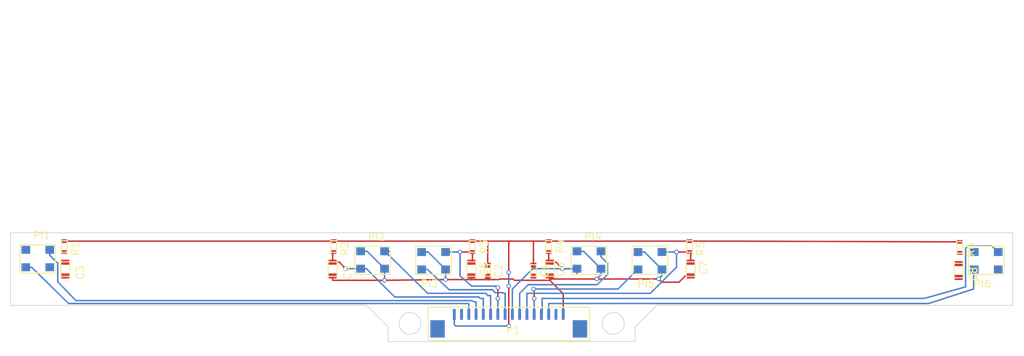
<source format=kicad_pcb>
(kicad_pcb (version 4) (host pcbnew 4.0.7)

  (general
    (links 52)
    (no_connects 12)
    (area 80.35 61.949999 221.75 111.285)
    (thickness 1.6)
    (drawings 15)
    (tracks 195)
    (zones 0)
    (modules 21)
    (nets 17)
  )

  (page A4)
  (layers
    (0 F.Cu signal)
    (31 B.Cu signal)
    (32 B.Adhes user)
    (33 F.Adhes user)
    (34 B.Paste user)
    (35 F.Paste user)
    (36 B.SilkS user)
    (37 F.SilkS user)
    (38 B.Mask user)
    (39 F.Mask user)
    (40 Dwgs.User user)
    (41 Cmts.User user)
    (42 Eco1.User user)
    (43 Eco2.User user)
    (44 Edge.Cuts user)
    (45 Margin user)
    (46 B.CrtYd user)
    (47 F.CrtYd user)
    (48 B.Fab user)
    (49 F.Fab user)
  )

  (setup
    (last_trace_width 0.2)
    (trace_clearance 0.2)
    (zone_clearance 0.508)
    (zone_45_only no)
    (trace_min 0.2)
    (segment_width 0.2)
    (edge_width 0.15)
    (via_size 0.6)
    (via_drill 0.4)
    (via_min_size 0.4)
    (via_min_drill 0.3)
    (uvia_size 0.3)
    (uvia_drill 0.1)
    (uvias_allowed no)
    (uvia_min_size 0.2)
    (uvia_min_drill 0.1)
    (pcb_text_width 0.3)
    (pcb_text_size 1.5 1.5)
    (mod_edge_width 0.15)
    (mod_text_size 1 1)
    (mod_text_width 0.15)
    (pad_size 1.524 1.524)
    (pad_drill 0.762)
    (pad_to_mask_clearance 0.2)
    (aux_axis_origin 0 0)
    (visible_elements 7FFFFFFF)
    (pcbplotparams
      (layerselection 0x00030_80000001)
      (usegerberextensions false)
      (excludeedgelayer true)
      (linewidth 0.100000)
      (plotframeref false)
      (viasonmask false)
      (mode 1)
      (useauxorigin false)
      (hpglpennumber 1)
      (hpglpenspeed 20)
      (hpglpendiameter 15)
      (hpglpenoverlay 2)
      (psnegative false)
      (psa4output false)
      (plotreference true)
      (plotvalue true)
      (plotinvisibletext false)
      (padsonsilk false)
      (subtractmaskfromsilk false)
      (outputformat 1)
      (mirror false)
      (drillshape 1)
      (scaleselection 1)
      (outputdirectory ""))
  )

  (net 0 "")
  (net 1 +3V3)
  (net 2 GND)
  (net 3 ANALOG_SEN1)
  (net 4 ANALOG_SEN2)
  (net 5 ANALOG_SEN3)
  (net 6 ANALOG_SEN4)
  (net 7 ANALOG_SEN5)
  (net 8 ANALOG_SEN6)
  (net 9 "Net-(P1-Pad2)")
  (net 10 VR1)
  (net 11 VR2)
  (net 12 VR3)
  (net 13 VR4)
  (net 14 VR5)
  (net 15 VR6)
  (net 16 "Net-(P1-Pad15)")

  (net_class Default "これは標準のネット クラスです。"
    (clearance 0.2)
    (trace_width 0.2)
    (via_dia 0.6)
    (via_drill 0.4)
    (uvia_dia 0.3)
    (uvia_drill 0.1)
    (add_net +3V3)
    (add_net ANALOG_SEN1)
    (add_net ANALOG_SEN2)
    (add_net ANALOG_SEN3)
    (add_net ANALOG_SEN4)
    (add_net ANALOG_SEN5)
    (add_net ANALOG_SEN6)
    (add_net GND)
    (add_net "Net-(P1-Pad15)")
    (add_net "Net-(P1-Pad2)")
    (add_net VR1)
    (add_net VR2)
    (add_net VR3)
    (add_net VR4)
    (add_net VR5)
    (add_net VR6)
  )

  (module "CN-FFC-SMT2(CN-FFC(1:CN-FFC-SMT2(CN-FFC(1.0)16PD)" (layer F.Cu) (tedit 5B27902D) (tstamp 5B25F8FC)
    (at 140.1 110.3)
    (path /5B1CEC40)
    (fp_text reference P1 (at 11.08 -2.82) (layer F.SilkS)
      (effects (font (size 1 1) (thickness 0.15)))
    )
    (fp_text value "CN-FFC-SMT2(CN-FFC(1.0)16PD)" (at 10.5 -0.09) (layer F.Fab)
      (effects (font (size 1 1) (thickness 0.15)))
    )
    (fp_line (start -0.6 -1.4) (end -0.6 -6) (layer F.SilkS) (width 0.15))
    (fp_line (start -0.6 -6) (end 21.6 -6) (layer F.SilkS) (width 0.15))
    (fp_line (start 21.6 -6) (end 21.6 -1.4) (layer F.SilkS) (width 0.15))
    (fp_line (start 21.6 -1.4) (end -0.6 -1.4) (layer F.SilkS) (width 0.15))
    (pad 1 smd rect (at 3 -5) (size 0.4 1.5) (layers B.Cu B.Paste B.Mask)
      (net 1 +3V3))
    (pad 2 smd rect (at 4 -5) (size 0.4 1.5) (layers B.Cu B.Paste B.Mask)
      (net 9 "Net-(P1-Pad2)"))
    (pad 3 smd rect (at 5 -5) (size 0.4 1.5) (layers B.Cu B.Paste B.Mask)
      (net 3 ANALOG_SEN1))
    (pad 4 smd rect (at 6 -5) (size 0.4 1.5) (layers B.Cu B.Paste B.Mask)
      (net 10 VR1))
    (pad 5 smd rect (at 7 -5) (size 0.4 1.5) (layers B.Cu B.Paste B.Mask)
      (net 4 ANALOG_SEN2))
    (pad 6 smd rect (at 8 -5) (size 0.4 1.5) (layers B.Cu B.Paste B.Mask)
      (net 11 VR2))
    (pad 7 smd rect (at 9 -5) (size 0.4 1.5) (layers B.Cu B.Paste B.Mask)
      (net 5 ANALOG_SEN3))
    (pad 8 smd rect (at 10 -5) (size 0.4 1.5) (layers B.Cu B.Paste B.Mask)
      (net 12 VR3))
    (pad 9 smd rect (at 11 -5) (size 0.4 1.5) (layers B.Cu B.Paste B.Mask)
      (net 6 ANALOG_SEN4))
    (pad 10 smd rect (at 12 -5) (size 0.4 1.5) (layers B.Cu B.Paste B.Mask)
      (net 13 VR4))
    (pad 11 smd rect (at 13 -5) (size 0.4 1.5) (layers B.Cu B.Paste B.Mask)
      (net 7 ANALOG_SEN5))
    (pad 12 smd rect (at 14 -5) (size 0.4 1.5) (layers B.Cu B.Paste B.Mask)
      (net 14 VR5))
    (pad 13 smd rect (at 15 -5) (size 0.4 1.5) (layers B.Cu B.Paste B.Mask)
      (net 8 ANALOG_SEN6))
    (pad 14 smd rect (at 16 -5) (size 0.4 1.5) (layers B.Cu B.Paste B.Mask)
      (net 15 VR6))
    (pad 15 smd rect (at 17 -5) (size 0.4 1.5) (layers B.Cu B.Paste B.Mask)
      (net 16 "Net-(P1-Pad15)"))
    (pad 16 smd rect (at 18 -5) (size 0.4 1.5) (layers B.Cu B.Paste B.Mask)
      (net 2 GND))
    (pad "" smd rect (at 0.7 -3) (size 2 2.4) (layers B.Cu B.Paste B.Mask))
    (pad "" smd rect (at 20.3 -3) (size 2 2.4) (layers B.Cu B.Paste B.Mask))
  )

  (module GP2S700HCP:GP2S700HCP (layer F.Cu) (tedit 5B2616DA) (tstamp 5B25F938)
    (at 175 93.1 180)
    (path /5B1E5878)
    (fp_text reference PI5 (at 5.5 -8 180) (layer F.SilkS)
      (effects (font (size 1 1) (thickness 0.15)))
    )
    (fp_text value GP2S700HCP (at 5.1 -1.4 180) (layer F.Fab)
      (effects (font (size 1 1) (thickness 0.15)))
    )
    (fp_line (start 2.5 -6.7) (end 7.4 -6.7) (layer F.SilkS) (width 0.15))
    (fp_line (start 7.4 -6.7) (end 7.4 -2.8) (layer F.SilkS) (width 0.15))
    (fp_line (start 7.4 -2.8) (end 2.5 -2.8) (layer F.SilkS) (width 0.15))
    (fp_line (start 2.5 -2.8) (end 2.5 -6.7) (layer F.SilkS) (width 0.15))
    (pad 1 smd rect (at 3.3 -6 180) (size 1.2 1.1) (layers B.Cu B.Paste B.Mask)
      (net 2 GND))
    (pad 4 smd rect (at 6.6 -6 180) (size 1.2 1.1) (layers B.Cu B.Paste B.Mask)
      (net 14 VR5))
    (pad 2 smd rect (at 3.3 -3.6 180) (size 1.2 1.1) (layers B.Cu B.Paste B.Mask)
      (net 7 ANALOG_SEN5))
    (pad 3 smd rect (at 6.6 -3.6 180) (size 1.2 1.1) (layers B.Cu B.Paste B.Mask)
      (net 2 GND))
  )

  (module GP2S700HCP:GP2S700HCP (layer F.Cu) (tedit 5B261CB9) (tstamp 5B25F944)
    (at 221.3 93.1 180)
    (path /5B1E5A02)
    (fp_text reference PI6 (at 5.5 -8 180) (layer F.SilkS)
      (effects (font (size 1 1) (thickness 0.15)))
    )
    (fp_text value GP2S700HCP (at 5.1 -1.4 180) (layer F.Fab)
      (effects (font (size 1 1) (thickness 0.15)))
    )
    (fp_line (start 2.5 -6.7) (end 7.4 -6.7) (layer F.SilkS) (width 0.15))
    (fp_line (start 7.4 -6.7) (end 7.4 -2.8) (layer F.SilkS) (width 0.15))
    (fp_line (start 7.4 -2.8) (end 2.5 -2.8) (layer F.SilkS) (width 0.15))
    (fp_line (start 2.5 -2.8) (end 2.5 -6.7) (layer F.SilkS) (width 0.15))
    (pad 1 smd rect (at 3.3 -6 180) (size 1.2 1.1) (layers B.Cu B.Paste B.Mask)
      (net 2 GND))
    (pad 4 smd rect (at 6.6 -6 180) (size 1.2 1.1) (layers B.Cu B.Paste B.Mask)
      (net 15 VR6))
    (pad 2 smd rect (at 3.3 -3.6 180) (size 1.2 1.1) (layers B.Cu B.Paste B.Mask)
      (net 8 ANALOG_SEN6))
    (pad 3 smd rect (at 6.6 -3.6 180) (size 1.2 1.1) (layers B.Cu B.Paste B.Mask)
      (net 2 GND))
  )

  (module GP2S700HCP:GP2S700HCP (layer F.Cu) (tedit 5B261C7E) (tstamp 5B25F908)
    (at 80.8 102.4)
    (path /5B1E5DF2)
    (fp_text reference PI1 (at 5.5 -8) (layer F.SilkS)
      (effects (font (size 1 1) (thickness 0.15)))
    )
    (fp_text value GP2S700HCP (at 5.1 -1.4) (layer F.Fab)
      (effects (font (size 1 1) (thickness 0.15)))
    )
    (fp_line (start 2.5 -6.7) (end 7.4 -6.7) (layer F.SilkS) (width 0.15))
    (fp_line (start 7.4 -6.7) (end 7.4 -2.8) (layer F.SilkS) (width 0.15))
    (fp_line (start 7.4 -2.8) (end 2.5 -2.8) (layer F.SilkS) (width 0.15))
    (fp_line (start 2.5 -2.8) (end 2.5 -6.7) (layer F.SilkS) (width 0.15))
    (pad 1 smd rect (at 3.3 -6) (size 1.2 1.1) (layers B.Cu B.Paste B.Mask)
      (net 2 GND))
    (pad 4 smd rect (at 6.6 -6) (size 1.2 1.1) (layers B.Cu B.Paste B.Mask)
      (net 10 VR1))
    (pad 2 smd rect (at 3.3 -3.6) (size 1.2 1.1) (layers B.Cu B.Paste B.Mask)
      (net 3 ANALOG_SEN1))
    (pad 3 smd rect (at 6.6 -3.6) (size 1.2 1.1) (layers B.Cu B.Paste B.Mask)
      (net 2 GND))
  )

  (module GP2S700HCP:GP2S700HCP (layer F.Cu) (tedit 5B2616FD) (tstamp 5B25F914)
    (at 126.9 102.6)
    (path /5B1E5E28)
    (fp_text reference PI2 (at 5.5 -8) (layer F.SilkS)
      (effects (font (size 1 1) (thickness 0.15)))
    )
    (fp_text value GP2S700HCP (at 5.1 -1.4) (layer F.Fab)
      (effects (font (size 1 1) (thickness 0.15)))
    )
    (fp_line (start 2.5 -6.7) (end 7.4 -6.7) (layer F.SilkS) (width 0.15))
    (fp_line (start 7.4 -6.7) (end 7.4 -2.8) (layer F.SilkS) (width 0.15))
    (fp_line (start 7.4 -2.8) (end 2.5 -2.8) (layer F.SilkS) (width 0.15))
    (fp_line (start 2.5 -2.8) (end 2.5 -6.7) (layer F.SilkS) (width 0.15))
    (pad 1 smd rect (at 3.3 -6) (size 1.2 1.1) (layers B.Cu B.Paste B.Mask)
      (net 2 GND))
    (pad 4 smd rect (at 6.6 -6) (size 1.2 1.1) (layers B.Cu B.Paste B.Mask)
      (net 11 VR2))
    (pad 2 smd rect (at 3.3 -3.6) (size 1.2 1.1) (layers B.Cu B.Paste B.Mask)
      (net 4 ANALOG_SEN2))
    (pad 3 smd rect (at 6.6 -3.6) (size 1.2 1.1) (layers B.Cu B.Paste B.Mask)
      (net 2 GND))
  )

  (module C_2012_HandSolderring_0.1u:C_2012_HandSolderring_0.1u (layer F.Cu) (tedit 5B2774D2) (tstamp 5B25F8C4)
    (at 143.5 96.7 270)
    (path /5B1CF931)
    (fp_text reference C5 (at 2.3 -3.7 270) (layer F.SilkS)
      (effects (font (size 1 1) (thickness 0.15)))
    )
    (fp_text value 1000p (at 2.2 -5.3 270) (layer F.Fab)
      (effects (font (size 1 1) (thickness 0.15)))
    )
    (fp_line (start 1.35 -2.575) (end 1.35 -1.325) (layer F.SilkS) (width 0.15))
    (fp_line (start 1.35 -1.325) (end 3.35 -1.325) (layer F.SilkS) (width 0.15))
    (fp_line (start 3.35 -2.575) (end 3.35 -1.325) (layer F.SilkS) (width 0.15))
    (fp_line (start 1.35 -2.575) (end 3.35 -2.575) (layer F.SilkS) (width 0.15))
    (pad 1 smd rect (at 1.4 -1.95 270) (size 0.7 1.1) (layers F.Cu F.Paste F.Mask)
      (net 5 ANALOG_SEN3))
    (pad 2 smd rect (at 3.3 -1.95 270) (size 0.7 1.1) (layers F.Cu F.Paste F.Mask)
      (net 2 GND))
  )

  (module GP2S700HCP:GP2S700HCP locked (layer F.Cu) (tedit 5B260CF7) (tstamp 5B25F920)
    (at 145.2 93.1 180)
    (path /5B1CEE93)
    (fp_text reference PI3 (at 5.5 -8 180) (layer F.SilkS)
      (effects (font (size 1 1) (thickness 0.15)))
    )
    (fp_text value GP2S700HCP (at 5.1 -1.4 180) (layer F.Fab)
      (effects (font (size 1 1) (thickness 0.15)))
    )
    (fp_line (start 2.5 -6.7) (end 7.4 -6.7) (layer F.SilkS) (width 0.15))
    (fp_line (start 7.4 -6.7) (end 7.4 -2.8) (layer F.SilkS) (width 0.15))
    (fp_line (start 7.4 -2.8) (end 2.5 -2.8) (layer F.SilkS) (width 0.15))
    (fp_line (start 2.5 -2.8) (end 2.5 -6.7) (layer F.SilkS) (width 0.15))
    (pad 1 smd rect (at 3.3 -6 180) (size 1.2 1.1) (layers B.Cu B.Paste B.Mask)
      (net 2 GND))
    (pad 4 smd rect (at 6.6 -6 180) (size 1.2 1.1) (layers B.Cu B.Paste B.Mask)
      (net 12 VR3))
    (pad 2 smd rect (at 3.3 -3.6 180) (size 1.2 1.1) (layers B.Cu B.Paste B.Mask)
      (net 5 ANALOG_SEN3))
    (pad 3 smd rect (at 6.6 -3.6 180) (size 1.2 1.1) (layers B.Cu B.Paste B.Mask)
      (net 2 GND))
  )

  (module GP2S700HCP:GP2S700HCP (layer F.Cu) (tedit 5B2611F8) (tstamp 5B25F92C)
    (at 156.7 102.6)
    (path /5B1E5688)
    (fp_text reference PI4 (at 5.5 -8) (layer F.SilkS)
      (effects (font (size 1 1) (thickness 0.15)))
    )
    (fp_text value GP2S700HCP (at 4.6 -0.5) (layer F.Fab)
      (effects (font (size 1 1) (thickness 0.15)))
    )
    (fp_line (start 2.5 -6.7) (end 7.4 -6.7) (layer F.SilkS) (width 0.15))
    (fp_line (start 7.4 -6.7) (end 7.4 -2.8) (layer F.SilkS) (width 0.15))
    (fp_line (start 7.4 -2.8) (end 2.5 -2.8) (layer F.SilkS) (width 0.15))
    (fp_line (start 2.5 -2.8) (end 2.5 -6.7) (layer F.SilkS) (width 0.15))
    (pad 1 smd rect (at 3.3 -6) (size 1.2 1.1) (layers B.Cu B.Paste B.Mask)
      (net 2 GND))
    (pad 4 smd rect (at 6.6 -6) (size 1.2 1.1) (layers B.Cu B.Paste B.Mask)
      (net 13 VR4))
    (pad 2 smd rect (at 3.3 -3.6) (size 1.2 1.1) (layers B.Cu B.Paste B.Mask)
      (net 6 ANALOG_SEN4))
    (pad 3 smd rect (at 6.6 -3.6) (size 1.2 1.1) (layers B.Cu B.Paste B.Mask)
      (net 2 GND))
  )

  (module C_1608_HandSolderring_1000pF:C_1608_HandSolderring_1000pF (layer F.Cu) (tedit 5B2774FA) (tstamp 5B25F89C)
    (at 153.1 97.9 270)
    (path /5B1E3960)
    (fp_text reference C1 (at 1.3 -2.5 270) (layer F.SilkS)
      (effects (font (size 1 1) (thickness 0.15)))
    )
    (fp_text value 0.1u (at 1.1 0.5 270) (layer F.Fab)
      (effects (font (size 1 1) (thickness 0.15)))
    )
    (fp_line (start 0.55 -0.5) (end 2.15 -0.5) (layer F.SilkS) (width 0.15))
    (fp_line (start 0.55 -1.3) (end 0.55 -0.5) (layer F.SilkS) (width 0.15))
    (fp_line (start 0.55 -1.3) (end 2.15 -1.3) (layer F.SilkS) (width 0.15))
    (fp_line (start 2.15 -1.3) (end 2.15 -0.5) (layer F.SilkS) (width 0.15))
    (pad 1 smd rect (at 0.625 -0.9 270) (size 0.7 0.8) (layers F.Cu F.Paste F.Mask)
      (net 1 +3V3))
    (pad 2 smd rect (at 2.125 -0.9 270) (size 0.7 0.8) (layers F.Cu F.Paste F.Mask)
      (net 2 GND))
  )

  (module C_1608_HandSolderring_1000pF:C_1608_HandSolderring_1000pF (layer F.Cu) (tedit 5B277500) (tstamp 5B25F8A6)
    (at 146.8 97.9 270)
    (path /5B1E3987)
    (fp_text reference C2 (at 1.4 -2.4 270) (layer F.SilkS)
      (effects (font (size 1 1) (thickness 0.15)))
    )
    (fp_text value 0.1u (at 1.6 0.5 270) (layer F.Fab)
      (effects (font (size 1 1) (thickness 0.15)))
    )
    (fp_line (start 0.55 -0.5) (end 2.15 -0.5) (layer F.SilkS) (width 0.15))
    (fp_line (start 0.55 -1.3) (end 0.55 -0.5) (layer F.SilkS) (width 0.15))
    (fp_line (start 0.55 -1.3) (end 2.15 -1.3) (layer F.SilkS) (width 0.15))
    (fp_line (start 2.15 -1.3) (end 2.15 -0.5) (layer F.SilkS) (width 0.15))
    (pad 1 smd rect (at 0.625 -0.9 270) (size 0.7 0.8) (layers F.Cu F.Paste F.Mask)
      (net 1 +3V3))
    (pad 2 smd rect (at 2.125 -0.9 270) (size 0.7 0.8) (layers F.Cu F.Paste F.Mask)
      (net 2 GND))
  )

  (module C_2012_HandSolderring_0.1u:C_2012_HandSolderring_0.1u (layer F.Cu) (tedit 5B223B3A) (tstamp 5B25F8B0)
    (at 87.6 96.7 270)
    (path /5B1E5E12)
    (fp_text reference C3 (at 2.825 -4 270) (layer F.SilkS)
      (effects (font (size 1 1) (thickness 0.15)))
    )
    (fp_text value 1000p (at 3.525 0.25 270) (layer F.Fab)
      (effects (font (size 1 1) (thickness 0.15)))
    )
    (fp_line (start 1.35 -2.575) (end 1.35 -1.325) (layer F.SilkS) (width 0.15))
    (fp_line (start 1.35 -1.325) (end 3.35 -1.325) (layer F.SilkS) (width 0.15))
    (fp_line (start 3.35 -2.575) (end 3.35 -1.325) (layer F.SilkS) (width 0.15))
    (fp_line (start 1.35 -2.575) (end 3.35 -2.575) (layer F.SilkS) (width 0.15))
    (pad 1 smd rect (at 1.4 -1.95 270) (size 0.7 1.1) (layers F.Cu F.Paste F.Mask)
      (net 3 ANALOG_SEN1))
    (pad 2 smd rect (at 3.3 -1.95 270) (size 0.7 1.1) (layers F.Cu F.Paste F.Mask)
      (net 2 GND))
  )

  (module C_2012_HandSolderring_0.1u:C_2012_HandSolderring_0.1u (layer F.Cu) (tedit 5B2774B1) (tstamp 5B25F8BA)
    (at 124.4 96.7 270)
    (path /5B1E5E48)
    (fp_text reference C4 (at 2.825 -4 270) (layer F.SilkS)
      (effects (font (size 1 1) (thickness 0.15)))
    )
    (fp_text value 1000p (at 5.1 -0.2 360) (layer F.Fab)
      (effects (font (size 1 1) (thickness 0.15)))
    )
    (fp_line (start 1.35 -2.575) (end 1.35 -1.325) (layer F.SilkS) (width 0.15))
    (fp_line (start 1.35 -1.325) (end 3.35 -1.325) (layer F.SilkS) (width 0.15))
    (fp_line (start 3.35 -2.575) (end 3.35 -1.325) (layer F.SilkS) (width 0.15))
    (fp_line (start 1.35 -2.575) (end 3.35 -2.575) (layer F.SilkS) (width 0.15))
    (pad 1 smd rect (at 1.4 -1.95 270) (size 0.7 1.1) (layers F.Cu F.Paste F.Mask)
      (net 4 ANALOG_SEN2))
    (pad 2 smd rect (at 3.3 -1.95 270) (size 0.7 1.1) (layers F.Cu F.Paste F.Mask)
      (net 2 GND))
  )

  (module C_2012_HandSolderring_0.1u:C_2012_HandSolderring_0.1u (layer F.Cu) (tedit 5B262246) (tstamp 5B25F8CE)
    (at 154.3 96.7 270)
    (path /5B1E56A8)
    (fp_text reference C6 (at 2.4 -3.5 270) (layer F.SilkS)
      (effects (font (size 1 1) (thickness 0.15)))
    )
    (fp_text value 1000p (at 1.5 1.8 270) (layer F.Fab)
      (effects (font (size 1 1) (thickness 0.15)))
    )
    (fp_line (start 1.35 -2.575) (end 1.35 -1.325) (layer F.SilkS) (width 0.15))
    (fp_line (start 1.35 -1.325) (end 3.35 -1.325) (layer F.SilkS) (width 0.15))
    (fp_line (start 3.35 -2.575) (end 3.35 -1.325) (layer F.SilkS) (width 0.15))
    (fp_line (start 1.35 -2.575) (end 3.35 -2.575) (layer F.SilkS) (width 0.15))
    (pad 1 smd rect (at 1.4 -1.95 270) (size 0.7 1.1) (layers F.Cu F.Paste F.Mask)
      (net 6 ANALOG_SEN4))
    (pad 2 smd rect (at 3.3 -1.95 270) (size 0.7 1.1) (layers F.Cu F.Paste F.Mask)
      (net 2 GND))
  )

  (module C_2012_HandSolderring_0.1u:C_2012_HandSolderring_0.1u (layer F.Cu) (tedit 5B2621E1) (tstamp 5B25F8D8)
    (at 173.7 96.7 270)
    (path /5B1E5898)
    (fp_text reference C7 (at 2.2 -3.7 270) (layer F.SilkS)
      (effects (font (size 1 1) (thickness 0.15)))
    )
    (fp_text value 1000p (at 3.525 0.25 270) (layer F.Fab)
      (effects (font (size 1 1) (thickness 0.15)))
    )
    (fp_line (start 1.35 -2.575) (end 1.35 -1.325) (layer F.SilkS) (width 0.15))
    (fp_line (start 1.35 -1.325) (end 3.35 -1.325) (layer F.SilkS) (width 0.15))
    (fp_line (start 3.35 -2.575) (end 3.35 -1.325) (layer F.SilkS) (width 0.15))
    (fp_line (start 1.35 -2.575) (end 3.35 -2.575) (layer F.SilkS) (width 0.15))
    (pad 1 smd rect (at 1.4 -1.95 270) (size 0.7 1.1) (layers F.Cu F.Paste F.Mask)
      (net 7 ANALOG_SEN5))
    (pad 2 smd rect (at 3.3 -1.95 270) (size 0.7 1.1) (layers F.Cu F.Paste F.Mask)
      (net 2 GND))
  )

  (module C_2012_HandSolderring_0.1u:C_2012_HandSolderring_0.1u (layer F.Cu) (tedit 5B223B3A) (tstamp 5B25F8E2)
    (at 210.6 96.9 270)
    (path /5B1E5A22)
    (fp_text reference C8 (at 2.825 -4 270) (layer F.SilkS)
      (effects (font (size 1 1) (thickness 0.15)))
    )
    (fp_text value 1000p (at 3.525 0.25 270) (layer F.Fab)
      (effects (font (size 1 1) (thickness 0.15)))
    )
    (fp_line (start 1.35 -2.575) (end 1.35 -1.325) (layer F.SilkS) (width 0.15))
    (fp_line (start 1.35 -1.325) (end 3.35 -1.325) (layer F.SilkS) (width 0.15))
    (fp_line (start 3.35 -2.575) (end 3.35 -1.325) (layer F.SilkS) (width 0.15))
    (fp_line (start 1.35 -2.575) (end 3.35 -2.575) (layer F.SilkS) (width 0.15))
    (pad 1 smd rect (at 1.4 -1.95 270) (size 0.7 1.1) (layers F.Cu F.Paste F.Mask)
      (net 8 ANALOG_SEN6))
    (pad 2 smd rect (at 3.3 -1.95 270) (size 0.7 1.1) (layers F.Cu F.Paste F.Mask)
      (net 2 GND))
  )

  (module R_1608_HandSoldering:R_1608_HandSoldering (layer F.Cu) (tedit 5B224821) (tstamp 5B25F94A)
    (at 87.8 93.8 270)
    (path /5B267697)
    (fp_text reference R1 (at 2.45 -3.125 270) (layer F.SilkS)
      (effects (font (size 1 1) (thickness 0.15)))
    )
    (fp_text value 100k (at 2.875 0.225 270) (layer F.Fab)
      (effects (font (size 1 1) (thickness 0.15)))
    )
    (fp_line (start 2.95 -2) (end 2.95 -1.2) (layer F.SilkS) (width 0.15))
    (fp_line (start 1.35 -1.2) (end 2.95 -1.2) (layer F.SilkS) (width 0.15))
    (fp_line (start 1.35 -2) (end 1.35 -1.2) (layer F.SilkS) (width 0.15))
    (fp_line (start 1.35 -2) (end 2.95 -2) (layer F.SilkS) (width 0.15))
    (pad 1 smd rect (at 1.4 -1.6 270) (size 0.5 0.8) (layers F.Cu F.Paste F.Mask)
      (net 1 +3V3))
    (pad 2 smd rect (at 2.9 -1.6 270) (size 0.5 0.8) (layers F.Cu F.Paste F.Mask)
      (net 3 ANALOG_SEN1))
  )

  (module R_1608_HandSoldering:R_1608_HandSoldering (layer F.Cu) (tedit 5B2774AC) (tstamp 5B25F950)
    (at 124.9 93.8 270)
    (path /5B2676D4)
    (fp_text reference R2 (at 2.45 -3.125 270) (layer F.SilkS)
      (effects (font (size 1 1) (thickness 0.15)))
    )
    (fp_text value 100k (at -0.3 -0.7 360) (layer F.Fab)
      (effects (font (size 1 1) (thickness 0.15)))
    )
    (fp_line (start 2.95 -2) (end 2.95 -1.2) (layer F.SilkS) (width 0.15))
    (fp_line (start 1.35 -1.2) (end 2.95 -1.2) (layer F.SilkS) (width 0.15))
    (fp_line (start 1.35 -2) (end 1.35 -1.2) (layer F.SilkS) (width 0.15))
    (fp_line (start 1.35 -2) (end 2.95 -2) (layer F.SilkS) (width 0.15))
    (pad 1 smd rect (at 1.4 -1.6 270) (size 0.5 0.8) (layers F.Cu F.Paste F.Mask)
      (net 1 +3V3))
    (pad 2 smd rect (at 2.9 -1.6 270) (size 0.5 0.8) (layers F.Cu F.Paste F.Mask)
      (net 4 ANALOG_SEN2))
  )

  (module R_1608_HandSoldering:R_1608_HandSoldering (layer F.Cu) (tedit 5B2774C7) (tstamp 5B25F956)
    (at 144 93.8 270)
    (path /5B26770B)
    (fp_text reference R3 (at 2.2 -3.2 270) (layer F.SilkS)
      (effects (font (size 1 1) (thickness 0.15)))
    )
    (fp_text value 100k (at 0.1 -4 360) (layer F.Fab)
      (effects (font (size 1 1) (thickness 0.15)))
    )
    (fp_line (start 2.95 -2) (end 2.95 -1.2) (layer F.SilkS) (width 0.15))
    (fp_line (start 1.35 -1.2) (end 2.95 -1.2) (layer F.SilkS) (width 0.15))
    (fp_line (start 1.35 -2) (end 1.35 -1.2) (layer F.SilkS) (width 0.15))
    (fp_line (start 1.35 -2) (end 2.95 -2) (layer F.SilkS) (width 0.15))
    (pad 1 smd rect (at 1.4 -1.6 270) (size 0.5 0.8) (layers F.Cu F.Paste F.Mask)
      (net 1 +3V3))
    (pad 2 smd rect (at 2.9 -1.6 270) (size 0.5 0.8) (layers F.Cu F.Paste F.Mask)
      (net 5 ANALOG_SEN3))
  )

  (module R_1608_HandSoldering:R_1608_HandSoldering (layer F.Cu) (tedit 5B2774EF) (tstamp 5B25F95C)
    (at 154.5 93.8 270)
    (path /5B267744)
    (fp_text reference R4 (at 2.1 -3.2 270) (layer F.SilkS)
      (effects (font (size 1 1) (thickness 0.15)))
    )
    (fp_text value 100k (at 0.1 -1.7 540) (layer F.Fab)
      (effects (font (size 1 1) (thickness 0.15)))
    )
    (fp_line (start 2.95 -2) (end 2.95 -1.2) (layer F.SilkS) (width 0.15))
    (fp_line (start 1.35 -1.2) (end 2.95 -1.2) (layer F.SilkS) (width 0.15))
    (fp_line (start 1.35 -2) (end 1.35 -1.2) (layer F.SilkS) (width 0.15))
    (fp_line (start 1.35 -2) (end 2.95 -2) (layer F.SilkS) (width 0.15))
    (pad 1 smd rect (at 1.4 -1.6 270) (size 0.5 0.8) (layers F.Cu F.Paste F.Mask)
      (net 1 +3V3))
    (pad 2 smd rect (at 2.9 -1.6 270) (size 0.5 0.8) (layers F.Cu F.Paste F.Mask)
      (net 6 ANALOG_SEN4))
  )

  (module R_1608_HandSoldering:R_1608_HandSoldering (layer F.Cu) (tedit 5B224821) (tstamp 5B25F962)
    (at 173.9 93.8 270)
    (path /5B26777F)
    (fp_text reference R5 (at 2.45 -3.125 270) (layer F.SilkS)
      (effects (font (size 1 1) (thickness 0.15)))
    )
    (fp_text value 100k (at 2.875 0.225 270) (layer F.Fab)
      (effects (font (size 1 1) (thickness 0.15)))
    )
    (fp_line (start 2.95 -2) (end 2.95 -1.2) (layer F.SilkS) (width 0.15))
    (fp_line (start 1.35 -1.2) (end 2.95 -1.2) (layer F.SilkS) (width 0.15))
    (fp_line (start 1.35 -2) (end 1.35 -1.2) (layer F.SilkS) (width 0.15))
    (fp_line (start 1.35 -2) (end 2.95 -2) (layer F.SilkS) (width 0.15))
    (pad 1 smd rect (at 1.4 -1.6 270) (size 0.5 0.8) (layers F.Cu F.Paste F.Mask)
      (net 1 +3V3))
    (pad 2 smd rect (at 2.9 -1.6 270) (size 0.5 0.8) (layers F.Cu F.Paste F.Mask)
      (net 7 ANALOG_SEN5))
  )

  (module R_1608_HandSoldering:R_1608_HandSoldering (layer F.Cu) (tedit 5B224821) (tstamp 5B25F968)
    (at 211.1 93.9 270)
    (path /5B2677E4)
    (fp_text reference R6 (at 2.45 -3.125 270) (layer F.SilkS)
      (effects (font (size 1 1) (thickness 0.15)))
    )
    (fp_text value 100k (at 2.875 0.225 270) (layer F.Fab)
      (effects (font (size 1 1) (thickness 0.15)))
    )
    (fp_line (start 2.95 -2) (end 2.95 -1.2) (layer F.SilkS) (width 0.15))
    (fp_line (start 1.35 -1.2) (end 2.95 -1.2) (layer F.SilkS) (width 0.15))
    (fp_line (start 1.35 -2) (end 1.35 -1.2) (layer F.SilkS) (width 0.15))
    (fp_line (start 1.35 -2) (end 2.95 -2) (layer F.SilkS) (width 0.15))
    (pad 1 smd rect (at 1.4 -1.6 270) (size 0.5 0.8) (layers F.Cu F.Paste F.Mask)
      (net 1 +3V3))
    (pad 2 smd rect (at 2.9 -1.6 270) (size 0.5 0.8) (layers F.Cu F.Paste F.Mask)
      (net 8 ANALOG_SEN6))
  )

  (gr_line (start 151 62.05) (end 151.05 62.05) (angle 90) (layer F.Fab) (width 0.2))
  (gr_line (start 151 93.4) (end 151 62.05) (angle 90) (layer F.Fab) (width 0.2))
  (gr_line (start 151 93.3) (end 151 101.4) (angle 90) (layer F.Fab) (width 0.2))
  (gr_circle (center 137 106.550504) (end 137 105.050504) (layer Edge.Cuts) (width 0.1))
  (gr_circle (center 165 106.550504) (end 165 105.050504) (layer Edge.Cuts) (width 0.1))
  (gr_line (start 220 104.05) (end 220 94.05) (layer Edge.Cuts) (width 0.1))
  (gr_line (start 171 104.05) (end 220 104.05) (layer Edge.Cuts) (width 0.1))
  (gr_line (start 168 107.05) (end 171 104.05) (layer Edge.Cuts) (width 0.1))
  (gr_line (start 168 109.05) (end 168 107.05) (layer Edge.Cuts) (width 0.1))
  (gr_line (start 134 109.05) (end 168 109.05) (layer Edge.Cuts) (width 0.1))
  (gr_line (start 134 107.05) (end 134 109.05) (layer Edge.Cuts) (width 0.1))
  (gr_line (start 131 104.05) (end 134 107.05) (layer Edge.Cuts) (width 0.1))
  (gr_line (start 82 104.05) (end 131 104.05) (layer Edge.Cuts) (width 0.1))
  (gr_line (start 82 94.05) (end 82 104.05) (layer Edge.Cuts) (width 0.1))
  (gr_line (start 220 94.05) (end 82 94.05) (layer Edge.Cuts) (width 0.1))

  (segment (start 143.1 105.3) (end 143.1 106.7) (width 0.2) (layer B.Cu) (net 1))
  (segment (start 150.6 99.5) (end 150.6 95.2) (width 0.2) (layer F.Cu) (net 1) (tstamp 5B2792F0))
  (via (at 150.6 99.5) (size 0.6) (drill 0.4) (layers F.Cu B.Cu) (net 1))
  (segment (start 150.6 101.4) (end 150.6 99.5) (width 0.2) (layer B.Cu) (net 1) (tstamp 5B2792ED))
  (via (at 150.6 101.4) (size 0.6) (drill 0.4) (layers F.Cu B.Cu) (net 1))
  (segment (start 150.6 106.9) (end 150.6 101.4) (width 0.2) (layer F.Cu) (net 1) (tstamp 5B2792EA))
  (via (at 150.6 106.9) (size 0.6) (drill 0.4) (layers F.Cu B.Cu) (net 1))
  (segment (start 143.3 106.9) (end 150.6 106.9) (width 0.2) (layer B.Cu) (net 1) (tstamp 5B2792E8))
  (segment (start 143.1 106.7) (end 143.3 106.9) (width 0.2) (layer B.Cu) (net 1) (tstamp 5B2792E7))
  (segment (start 147.7 98.525) (end 147.7 95.2) (width 0.2) (layer F.Cu) (net 1))
  (segment (start 154 98.525) (end 154 95.2) (width 0.2) (layer F.Cu) (net 1))
  (segment (start 212.7 95.3) (end 181.4 95.2) (width 0.2) (layer F.Cu) (net 1) (status 10))
  (segment (start 181.4 95.2) (end 175.5 95.2) (width 0.2) (layer F.Cu) (net 1) (tstamp 5B2620E2))
  (segment (start 126.5 95.2) (end 116.8 95.2) (width 0.2) (layer F.Cu) (net 1))
  (segment (start 116.8 95.2) (end 89.4 95.2) (width 0.2) (layer F.Cu) (net 1) (tstamp 5B26205A) (status 20))
  (segment (start 156.1 95.2) (end 175.5 95.2) (width 0.2) (layer F.Cu) (net 1))
  (segment (start 145.6 95.2) (end 126.5 95.2) (width 0.2) (layer F.Cu) (net 1))
  (segment (start 145.6 95.2) (end 147.7 95.2) (width 0.2) (layer F.Cu) (net 1))
  (segment (start 147.7 95.2) (end 150.6 95.2) (width 0.2) (layer F.Cu) (net 1) (tstamp 5B27859D))
  (segment (start 150.6 95.2) (end 150.8 95.2) (width 0.2) (layer F.Cu) (net 1) (tstamp 5B2792F3))
  (segment (start 150.8 95.2) (end 151 95.2) (width 0.2) (layer F.Cu) (net 1) (tstamp 5B278614))
  (segment (start 151 95.2) (end 151.4 95.2) (width 0.2) (layer F.Cu) (net 1) (tstamp 5B278AAC))
  (segment (start 151.4 95.2) (end 154 95.2) (width 0.2) (layer F.Cu) (net 1) (tstamp 5B2622A5))
  (segment (start 154 95.2) (end 156.1 95.2) (width 0.2) (layer F.Cu) (net 1) (tstamp 5B278595))
  (segment (start 174.038908 100.861092) (end 171.690363 100.861092) (width 0.2) (layer F.Cu) (net 2))
  (segment (start 175.65 100) (end 174.9 100) (width 0.2) (layer F.Cu) (net 2))
  (segment (start 171.7 99.1) (end 171.7 99.941459) (width 0.2) (layer B.Cu) (net 2))
  (segment (start 162.720729 100.420729) (end 171.22073 100.420729) (width 0.2) (layer F.Cu) (net 2))
  (segment (start 171.535364 100.706093) (end 171.235365 100.406094) (width 0.2) (layer F.Cu) (net 2))
  (segment (start 174.9 100) (end 174.038908 100.861092) (width 0.2) (layer F.Cu) (net 2))
  (segment (start 171.535364 100.106095) (end 171.235365 100.406094) (width 0.2) (layer B.Cu) (net 2))
  (segment (start 171.690363 100.861092) (end 171.535364 100.706093) (width 0.2) (layer F.Cu) (net 2))
  (segment (start 171.22073 100.420729) (end 171.235365 100.406094) (width 0.2) (layer F.Cu) (net 2))
  (via (at 171.235365 100.406094) (size 0.6) (drill 0.4) (layers F.Cu B.Cu) (net 2))
  (segment (start 171.7 99.941459) (end 171.535364 100.106095) (width 0.2) (layer B.Cu) (net 2))
  (segment (start 156.3 100.6) (end 156.479271 100.420729) (width 0.2) (layer F.Cu) (net 2))
  (segment (start 163.3 99) (end 163.3 99.841458) (width 0.2) (layer B.Cu) (net 2))
  (segment (start 163.020728 100.12073) (end 162.720729 100.420729) (width 0.2) (layer B.Cu) (net 2))
  (via (at 162.720729 100.420729) (size 0.6) (drill 0.4) (layers F.Cu B.Cu) (net 2))
  (segment (start 162.296465 100.420729) (end 162.720729 100.420729) (width 0.2) (layer F.Cu) (net 2))
  (segment (start 156.479271 100.420729) (end 162.296465 100.420729) (width 0.2) (layer F.Cu) (net 2))
  (segment (start 163.3 99.841458) (end 163.020728 100.12073) (width 0.2) (layer B.Cu) (net 2))
  (segment (start 153.6 100.6) (end 156.3 100.6) (width 0.2) (layer F.Cu) (net 2))
  (segment (start 151.384651 100.6) (end 153.6 100.6) (width 0.2) (layer F.Cu) (net 2))
  (segment (start 151.205688 100.421037) (end 151.384651 100.6) (width 0.2) (layer F.Cu) (net 2))
  (segment (start 149.378963 100.421037) (end 151.205688 100.421037) (width 0.2) (layer F.Cu) (net 2))
  (segment (start 149.2 100.5) (end 149.378963 100.421037) (width 0.2) (layer F.Cu) (net 2))
  (segment (start 158.1 105.7) (end 158.1 102.45) (width 0.2) (layer F.Cu) (net 2) (status 10))
  (segment (start 158.1 102.45) (end 156.25 100.6) (width 0.2) (layer F.Cu) (net 2) (tstamp 5B2785A4))
  (segment (start 147.7 100.025) (end 147.7 100.5) (width 0.2) (layer F.Cu) (net 2))
  (segment (start 147.7 100.5) (end 147.8 100.5) (width 0.2) (layer F.Cu) (net 2) (tstamp 5B278586))
  (segment (start 156.25 100) (end 156.25 100.6) (width 0.2) (layer F.Cu) (net 2))
  (segment (start 156.25 100.6) (end 156.3 100.6) (width 0.2) (layer F.Cu) (net 2) (tstamp 5B27857F))
  (segment (start 168.4 96.7) (end 169.3 96.7) (width 0.2) (layer B.Cu) (net 2))
  (segment (start 169.3 96.7) (end 171.7 99.1) (width 0.2) (layer B.Cu) (net 2) (tstamp 5B27742C))
  (segment (start 153.95 100.025) (end 154 100.025) (width 0.2) (layer F.Cu) (net 2) (status 30))
  (segment (start 212.55 100.2) (end 212.35 100.2) (width 0.2) (layer F.Cu) (net 2) (status 30))
  (segment (start 168.3 96.6) (end 168.3 97.2) (width 0.2) (layer B.Cu) (net 2))
  (segment (start 147.725 100) (end 147.7 100.025) (width 0.2) (layer F.Cu) (net 2) (tstamp 5B26212D) (status 30))
  (segment (start 133.5 100.6) (end 126.4 100.6) (width 0.2) (layer F.Cu) (net 2))
  (segment (start 126.35 100.55) (end 126.35 100) (width 0.2) (layer F.Cu) (net 2) (tstamp 5B261AA6))
  (segment (start 126.4 100.6) (end 126.35 100.55) (width 0.2) (layer F.Cu) (net 2) (tstamp 5B261AA4))
  (segment (start 141.9 100.5) (end 133.5 100.6) (width 0.2) (layer F.Cu) (net 2))
  (segment (start 133.5 100.6) (end 133.5 99) (width 0.2) (layer B.Cu) (net 2) (tstamp 5B261A22))
  (via (at 133.5 100.6) (size 0.6) (drill 0.4) (layers F.Cu B.Cu) (net 2))
  (segment (start 130.2 96.6) (end 131.1 96.6) (width 0.2) (layer B.Cu) (net 2))
  (segment (start 131.1 96.6) (end 133.5 99) (width 0.2) (layer B.Cu) (net 2) (tstamp 5B261925))
  (segment (start 156.25 100.6) (end 156.3 100.6) (width 0.2) (layer F.Cu) (net 2) (tstamp 5B261609))
  (segment (start 145.45 100) (end 145.45 100.5) (width 0.2) (layer F.Cu) (net 2))
  (segment (start 145.45 100.5) (end 145.5 100.5) (width 0.2) (layer F.Cu) (net 2) (tstamp 5B26152D))
  (segment (start 160 96.6) (end 160.9 96.6) (width 0.2) (layer B.Cu) (net 2))
  (segment (start 160.9 96.6) (end 163.3 99) (width 0.2) (layer B.Cu) (net 2) (tstamp 5B261487))
  (segment (start 138.6 96.7) (end 139.5 96.7) (width 0.2) (layer B.Cu) (net 2))
  (segment (start 139.5 96.7) (end 141.9 99.1) (width 0.2) (layer B.Cu) (net 2) (tstamp 5B26145D))
  (segment (start 141.9 100.5) (end 143.9 100.5) (width 0.2) (layer F.Cu) (net 2))
  (segment (start 143.9 100.5) (end 145.5 100.5) (width 0.2) (layer F.Cu) (net 2) (tstamp 5B26124E))
  (segment (start 145.5 100.5) (end 147.8 100.5) (width 0.2) (layer F.Cu) (net 2) (tstamp 5B261531))
  (segment (start 147.8 100.5) (end 149.2 100.5) (width 0.2) (layer F.Cu) (net 2) (tstamp 5B27858B))
  (segment (start 141.9 100.5) (end 141.9 99.1) (width 0.2) (layer B.Cu) (net 2) (tstamp 5B260EC8))
  (via (at 141.9 100.5) (size 0.6) (drill 0.4) (layers F.Cu B.Cu) (net 2))
  (segment (start 145.1 105.3) (end 145.1 103.8) (width 0.2) (layer B.Cu) (net 3) (status 10))
  (segment (start 90 103.8) (end 145.1 103.8) (width 0.2) (layer B.Cu) (net 3))
  (segment (start 84.9 98.8) (end 84.1 98.8) (width 0.2) (layer B.Cu) (net 3))
  (segment (start 84.9 98.8) (end 90 103.8) (width 0.2) (layer B.Cu) (net 3))
  (segment (start 89.55 98.1) (end 89.7 97.95) (width 0.2) (layer F.Cu) (net 3) (tstamp 5B261F5C) (status 30))
  (segment (start 147.1 105.3) (end 147.1 103.1) (width 0.2) (layer B.Cu) (net 4) (status 10))
  (segment (start 131 99) (end 130.2 99) (width 0.2) (layer B.Cu) (net 4))
  (segment (start 131 99) (end 134.899998 102.899998) (width 0.2) (layer B.Cu) (net 4))
  (segment (start 134.899998 102.899998) (end 146.475734 102.899998) (width 0.2) (layer B.Cu) (net 4))
  (segment (start 146.675736 103.1) (end 147.1 103.1) (width 0.2) (layer B.Cu) (net 4))
  (segment (start 146.475734 102.899998) (end 146.675736 103.1) (width 0.2) (layer B.Cu) (net 4))
  (segment (start 130.2 99) (end 130.25 99) (width 0.2) (layer B.Cu) (net 4))
  (segment (start 130.2 99) (end 128.1 99) (width 0.2) (layer B.Cu) (net 4))
  (via (at 128.1 99) (size 0.6) (drill 0.4) (layers F.Cu B.Cu) (net 4))
  (segment (start 126.35 98.1) (end 126.35 96.85) (width 0.2) (layer F.Cu) (net 4))
  (segment (start 126.35 96.85) (end 126.5 96.7) (width 0.2) (layer F.Cu) (net 4) (tstamp 5B261AF6))
  (segment (start 127.3 98.1) (end 126.35 98.1) (width 0.2) (layer F.Cu) (net 4) (tstamp 5B261AC2))
  (segment (start 128.1 99) (end 127.3 98.1) (width 0.2) (layer F.Cu) (net 4) (tstamp 5B261AC1))
  (via (at 149.1 101.6) (size 0.6) (drill 0.4) (layers F.Cu B.Cu) (net 5))
  (segment (start 143.9 96.7) (end 143.9 100) (width 0.2) (layer B.Cu) (net 5))
  (segment (start 148.9 101.4) (end 149.1 101.6) (width 0.2) (layer B.Cu) (net 5))
  (segment (start 145.5 101.4) (end 148.9 101.4) (width 0.2) (layer B.Cu) (net 5))
  (segment (start 143.9 100) (end 145.5 101.4) (width 0.2) (layer B.Cu) (net 5))
  (segment (start 149.1 103.1) (end 149.1 105.3) (width 0.2) (layer B.Cu) (net 5) (tstamp 5B279266) (status 20))
  (via (at 149.1 103.1) (size 0.6) (drill 0.4) (layers F.Cu B.Cu) (net 5))
  (segment (start 149.1 101.6) (end 149.1 103.1) (width 0.2) (layer F.Cu) (net 5) (tstamp 5B279263))
  (segment (start 143.9 96.7) (end 143.4 96.7) (width 0.2) (layer B.Cu) (net 5))
  (segment (start 143.4 96.7) (end 142.5 96.7) (width 0.2) (layer B.Cu) (net 5))
  (segment (start 142.5 96.7) (end 141.9 96.7) (width 0.2) (layer B.Cu) (net 5))
  (segment (start 141.9 96.7) (end 141.95 96.7) (width 0.2) (layer B.Cu) (net 5))
  (segment (start 141.9 96.7) (end 141.9 96.7) (width 0.2) (layer B.Cu) (net 5))
  (segment (start 145.6 96.7) (end 145.6 97.95) (width 0.2) (layer F.Cu) (net 5))
  (segment (start 145.6 97.95) (end 145.45 98.1) (width 0.2) (layer F.Cu) (net 5) (tstamp 5B26153A))
  (segment (start 145.6 96.7) (end 143.9 96.7) (width 0.2) (layer F.Cu) (net 5))
  (via (at 143.9 96.7) (size 0.6) (drill 0.4) (layers F.Cu B.Cu) (net 5))
  (segment (start 142.1 96.5) (end 141.9 96.7) (width 0.2) (layer B.Cu) (net 5))
  (segment (start 151.1 105.3) (end 151.1 101.8) (width 0.2) (layer B.Cu) (net 6) (status 10))
  (segment (start 153.9 99) (end 151.399999 101.500001) (width 0.2) (layer B.Cu) (net 6))
  (segment (start 151.399999 101.500001) (end 151.1 101.8) (width 0.2) (layer B.Cu) (net 6))
  (segment (start 153.9 99) (end 160 99) (width 0.2) (layer B.Cu) (net 6))
  (segment (start 160 99) (end 160 99.75) (width 0.2) (layer B.Cu) (net 6))
  (segment (start 160 99) (end 158 99) (width 0.2) (layer B.Cu) (net 6))
  (segment (start 157.1 98.1) (end 156.25 98.1) (width 0.2) (layer F.Cu) (net 6) (tstamp 5B26158F) (status 20))
  (segment (start 158 99) (end 157.1 98.1) (width 0.2) (layer F.Cu) (net 6) (tstamp 5B26158E))
  (via (at 158 99) (size 0.6) (drill 0.4) (layers F.Cu B.Cu) (net 6))
  (segment (start 156.25 98.1) (end 156.1 97.95) (width 0.2) (layer F.Cu) (net 6) (tstamp 5B261594) (status 30))
  (segment (start 156.1 97.95) (end 156.1 96.7) (width 0.2) (layer F.Cu) (net 6) (tstamp 5B261597) (status 20))
  (segment (start 153.1 105.3) (end 153.1 102.4) (width 0.2) (layer B.Cu) (net 7) (status 10))
  (segment (start 173.7 98.790002) (end 170.090002 102.4) (width 0.2) (layer B.Cu) (net 7))
  (segment (start 173.7 98.790002) (end 173.7 96.7) (width 0.2) (layer B.Cu) (net 7))
  (segment (start 170.090002 102.4) (end 153.1 102.4) (width 0.2) (layer B.Cu) (net 7))
  (segment (start 173.2 96.7) (end 173.7 96.7) (width 0.2) (layer B.Cu) (net 7))
  (segment (start 171.7 96.7) (end 173.2 96.7) (width 0.2) (layer B.Cu) (net 7))
  (segment (start 173.7 96.7) (end 175.5 96.7) (width 0.2) (layer F.Cu) (net 7) (tstamp 5B262DF8))
  (via (at 173.7 96.7) (size 0.6) (drill 0.4) (layers F.Cu B.Cu) (net 7))
  (segment (start 175.5 96.7) (end 175.65 96.85) (width 0.2) (layer F.Cu) (net 7) (tstamp 5B261B25))
  (segment (start 175.65 96.85) (end 175.65 98.1) (width 0.2) (layer F.Cu) (net 7) (tstamp 5B261B26))
  (segment (start 155.2 105.2) (end 155.2 103.1) (width 0.2) (layer B.Cu) (net 8) (status 10))
  (segment (start 213.859999 95.849999) (end 213.5 96.209998) (width 0.2) (layer B.Cu) (net 8))
  (segment (start 217.099999 95.849999) (end 213.859999 95.849999) (width 0.2) (layer B.Cu) (net 8))
  (segment (start 217.099999 95.849999) (end 217.95 96.7) (width 0.2) (layer B.Cu) (net 8))
  (segment (start 213.5 96.209998) (end 213.5 101.5) (width 0.2) (layer B.Cu) (net 8))
  (segment (start 213.5 101.5) (end 207.8 103.1) (width 0.2) (layer B.Cu) (net 8))
  (segment (start 207.7 103.1) (end 155.2 103.1) (width 0.2) (layer B.Cu) (net 8))
  (segment (start 207.8 103.1) (end 207.7 103.1) (width 0.2) (layer B.Cu) (net 8))
  (segment (start 155.2 105.2) (end 155.1 105.3) (width 0.2) (layer B.Cu) (net 8) (tstamp 5B279246) (status 30))
  (segment (start 218 96.7) (end 217.95 96.7) (width 0.2) (layer B.Cu) (net 8))
  (segment (start 218 96.7) (end 218.05 96.7) (width 0.2) (layer B.Cu) (net 8) (status 30))
  (segment (start 212.7 96.8) (end 212.85 96.95) (width 0.2) (layer F.Cu) (net 8) (tstamp 5B261F40) (status 30))
  (segment (start 146.1 105.3) (end 146.1 103.6) (width 0.2) (layer B.Cu) (net 10) (status 10))
  (segment (start 87.4 97.15) (end 88.5 98.25) (width 0.2) (layer B.Cu) (net 10))
  (segment (start 88.5 98.25) (end 88.5 100.8) (width 0.2) (layer B.Cu) (net 10))
  (segment (start 88.5 100.8) (end 90.999998 103.399998) (width 0.2) (layer B.Cu) (net 10))
  (segment (start 90.999998 103.399998) (end 145.475734 103.399998) (width 0.2) (layer B.Cu) (net 10))
  (segment (start 87.4 97.15) (end 87.4 96.4) (width 0.2) (layer B.Cu) (net 10))
  (segment (start 145.475734 103.399998) (end 145.675736 103.5) (width 0.2) (layer B.Cu) (net 10))
  (segment (start 145.675736 103.5) (end 146.1 103.6) (width 0.2) (layer B.Cu) (net 10))
  (segment (start 148.1 105.3) (end 148.1 102.7) (width 0.2) (layer B.Cu) (net 11) (status 10))
  (segment (start 139.449998 102.399998) (end 133.55 96.6) (width 0.2) (layer B.Cu) (net 11))
  (segment (start 139.449998 102.399998) (end 147.475734 102.399998) (width 0.2) (layer B.Cu) (net 11))
  (segment (start 147.475734 102.399998) (end 147.675736 102.7) (width 0.2) (layer B.Cu) (net 11))
  (segment (start 147.675736 102.7) (end 148.1 102.7) (width 0.2) (layer B.Cu) (net 11))
  (segment (start 133.5 96.6) (end 133.55 96.6) (width 0.2) (layer B.Cu) (net 11))
  (segment (start 133.5 96.6) (end 134.3 96.6) (width 0.2) (layer B.Cu) (net 11))
  (segment (start 150.1 105.3) (end 150.1 102.4) (width 0.2) (layer B.Cu) (net 12) (status 10))
  (segment (start 139.4 99.1) (end 138.6 99.1) (width 0.2) (layer B.Cu) (net 12))
  (segment (start 139.4 99.1) (end 142.399998 101.899998) (width 0.2) (layer B.Cu) (net 12))
  (segment (start 142.399998 101.899998) (end 148.388002 101.899998) (width 0.2) (layer B.Cu) (net 12))
  (segment (start 148.388002 101.899998) (end 148.688004 102.3) (width 0.2) (layer B.Cu) (net 12))
  (segment (start 148.688004 102.3) (end 149.675736 102.3) (width 0.2) (layer B.Cu) (net 12))
  (segment (start 149.675736 102.3) (end 150.1 102.4) (width 0.2) (layer B.Cu) (net 12))
  (segment (start 152.1 105.3) (end 152.1 102.4) (width 0.2) (layer B.Cu) (net 13) (status 10))
  (segment (start 163.3 97.35) (end 164.200001 98.250001) (width 0.2) (layer B.Cu) (net 13))
  (segment (start 164.200001 98.250001) (end 164.200001 99.790001) (width 0.2) (layer B.Cu) (net 13))
  (segment (start 163.3 97.35) (end 163.3 96.6) (width 0.2) (layer B.Cu) (net 13))
  (segment (start 152.399999 102.100001) (end 152.1 102.4) (width 0.2) (layer B.Cu) (net 13))
  (segment (start 162.790013 101.199989) (end 153.300011 101.199989) (width 0.2) (layer B.Cu) (net 13))
  (segment (start 164.200001 99.790001) (end 162.790013 101.199989) (width 0.2) (layer B.Cu) (net 13))
  (segment (start 153.300011 101.199989) (end 152.399999 102.100001) (width 0.2) (layer B.Cu) (net 13))
  (via (at 154.007217 101.79999) (size 0.6) (drill 0.4) (layers F.Cu B.Cu) (net 14))
  (segment (start 154.431481 101.79999) (end 154.007217 101.79999) (width 0.2) (layer B.Cu) (net 14))
  (segment (start 168.35 99.1) (end 165.65001 101.79999) (width 0.2) (layer B.Cu) (net 14))
  (segment (start 165.65001 101.79999) (end 154.431481 101.79999) (width 0.2) (layer B.Cu) (net 14))
  (segment (start 154.1 103.1) (end 154.1 105.3) (width 0.2) (layer B.Cu) (net 14) (tstamp 5B27925E) (status 20))
  (via (at 154.1 103.1) (size 0.6) (drill 0.4) (layers F.Cu B.Cu) (net 14))
  (segment (start 154.1 101.892773) (end 154.1 103.1) (width 0.2) (layer F.Cu) (net 14) (tstamp 5B27925B))
  (segment (start 154.007217 101.79999) (end 154.1 101.892773) (width 0.2) (layer F.Cu) (net 14) (tstamp 5B27925A))
  (segment (start 168.4 99.1) (end 168.35 99.1) (width 0.2) (layer B.Cu) (net 14))
  (segment (start 156.1 105.3) (end 156.1 103.8) (width 0.2) (layer B.Cu) (net 15) (status 10))
  (segment (start 214.7 99.85) (end 214.6 99.95) (width 0.2) (layer B.Cu) (net 15))
  (segment (start 214.7 99.85) (end 214.7 99.1) (width 0.2) (layer B.Cu) (net 15))
  (segment (start 214.6 99.95) (end 214.6 101.8) (width 0.2) (layer B.Cu) (net 15))
  (segment (start 208.4 103.8) (end 156.1 103.8) (width 0.2) (layer B.Cu) (net 15))
  (segment (start 214.6 101.8) (end 208.4 103.8) (width 0.2) (layer B.Cu) (net 15))
  (segment (start 214.7 99.1) (end 214.65 99.1) (width 0.2) (layer B.Cu) (net 15) (status 30))

)

</source>
